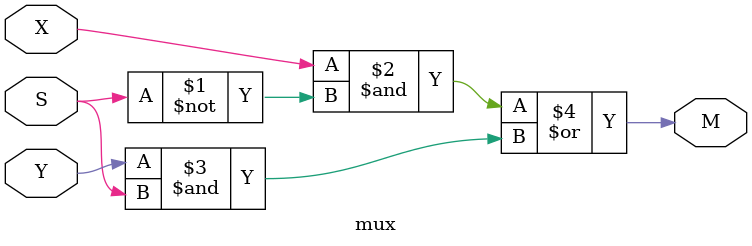
<source format=v>
module mux(X, Y, S, M);
   input X, Y, S;
   output M;

   assign M = X & ~S | Y & S;
endmodule // mux

</source>
